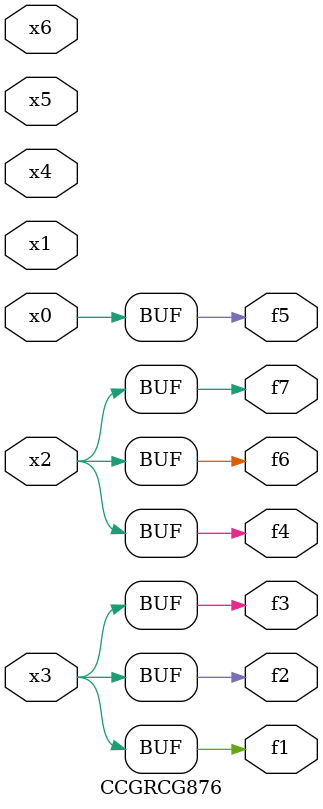
<source format=v>
module CCGRCG876(
	input x0, x1, x2, x3, x4, x5, x6,
	output f1, f2, f3, f4, f5, f6, f7
);
	assign f1 = x3;
	assign f2 = x3;
	assign f3 = x3;
	assign f4 = x2;
	assign f5 = x0;
	assign f6 = x2;
	assign f7 = x2;
endmodule

</source>
